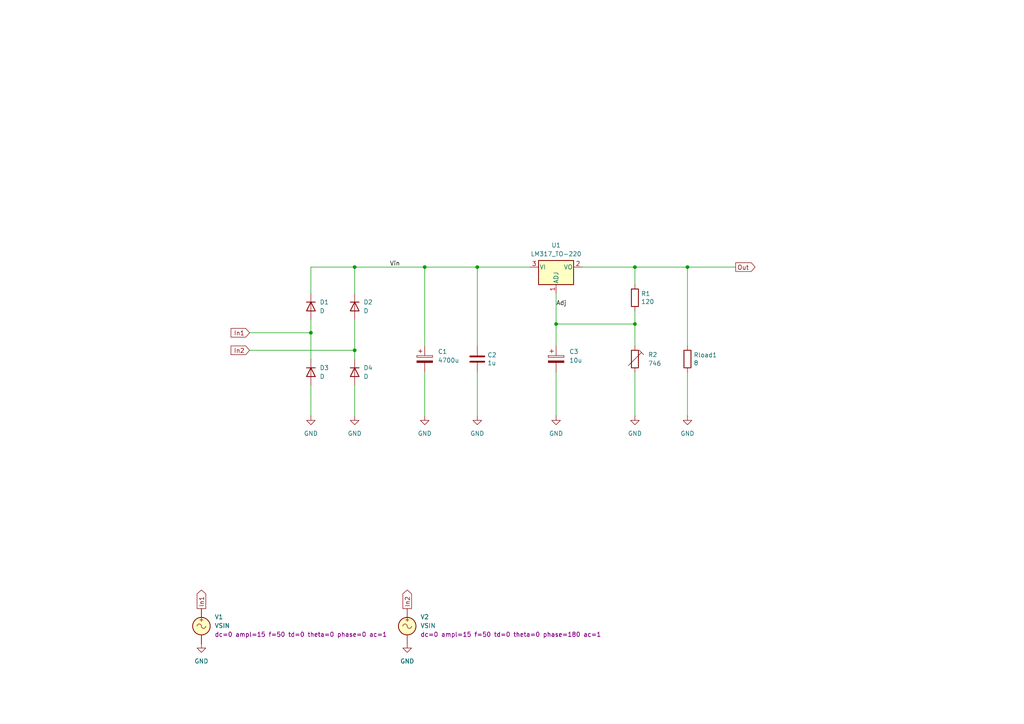
<source format=kicad_sch>
(kicad_sch (version 20231120) (generator "eeschema") (generator_version "8.0")
  (paper "A4")
  (title_block (title "Rectifier with 4 diodes and regulator") (date "2024-12-15") (company "GitHub/OJStuff"))
  (lib_symbols
    (symbol "Device:C" (pin_numbers hide) (pin_names (offset 0.254))
      (property "Reference" "C" (at 0.635 2.54 0))
      (property "Value" "C" (at 0.635 -2.54 0))
      (symbol "C_0_1"
        (polyline (pts (xy -2.032 -0.762) (xy 2.032 -0.762)) (stroke (width 0.508)))
        (polyline (pts (xy -2.032 0.762) (xy 2.032 0.762)) (stroke (width 0.508)))
      )
      (symbol "C_1_1"
        (pin passive line (at 0 3.81 270) (length 2.794) (name "~") (number "1"))
        (pin passive line (at 0 -3.81 90) (length 2.794) (name "~") (number "2"))
      )
    )
    (symbol "Device:C_Polarized" (pin_numbers hide) (pin_names (offset 0.254))
      (property "Reference" "C" (at 0.635 2.54 0))
      (property "Value" "C_Polarized" (at 0.635 -2.54 0))
      (symbol "C_Polarized_0_1"
        (rectangle (start -2.286 0.508) (end 2.286 1.016))
        (polyline (pts (xy -1.778 2.286) (xy -0.762 2.286)))
        (polyline (pts (xy -1.27 2.794) (xy -1.27 1.778)))
        (rectangle (start 2.286 -0.508) (end -2.286 -1.016) (fill (type outline)))
      )
      (symbol "C_Polarized_1_1"
        (pin passive line (at 0 3.81 270) (length 2.794) (name "~") (number "1"))
        (pin passive line (at 0 -3.81 90) (length 2.794) (name "~") (number "2"))
      )
    )
    (symbol "Device:D" (pin_numbers hide) (pin_names (offset 1.016) hide)
      (property "Reference" "D" (at 0 2.54 0))
      (property "Value" "D" (at 0 -2.54 0))
      (symbol "D_0_1"
        (polyline (pts (xy -1.27 1.27) (xy -1.27 -1.27)) (stroke (width 0.254)))
        (polyline (pts (xy 1.27 0) (xy -1.27 0)))
        (polyline (pts (xy 1.27 1.27) (xy 1.27 -1.27) (xy -1.27 0) (xy 1.27 1.27)) (stroke (width 0.254)))
      )
      (symbol "D_1_1"
        (pin passive line (at -3.81 0 0) (length 2.54) (name "K") (number "1"))
        (pin passive line (at 3.81 0 180) (length 2.54) (name "A") (number "2"))
      )
    )
    (symbol "Device:R" (pin_numbers hide) (pin_names (offset 0))
      (property "Reference" "R" (at 2.032 0 90))
      (property "Value" "R" (at 0 0 90))
      (symbol "R_0_1"
        (rectangle (start -1.016 -2.54) (end 1.016 2.54) (stroke (width 0.254)))
      )
      (symbol "R_1_1"
        (pin passive line (at 0 3.81 270) (length 1.27) (name "~") (number "1"))
        (pin passive line (at 0 -3.81 90) (length 1.27) (name "~") (number "2"))
      )
    )
    (symbol "Device:R_Trim" (pin_numbers hide) (pin_names (offset 0))
      (property "Reference" "R" (at 2.54 -2.54 90))
      (property "Value" "R_Trim" (at -2.54 -0.635 90))
      (symbol "R_Trim_0_1"
        (rectangle (start -1.016 -2.54) (end 1.016 2.54) (stroke (width 0.254)))
        (polyline (pts (xy -1.905 -1.905) (xy 1.905 1.905) (xy 2.54 1.27) (xy 1.27 2.54)))
      )
      (symbol "R_Trim_1_1"
        (pin passive line (at 0 3.81 270) (length 1.27) (name "~") (number "1"))
        (pin passive line (at 0 -3.81 90) (length 1.27) (name "~") (number "2"))
      )
    )
    (symbol "Regulator_Linear:LM317_TO-220" (pin_names (offset 0.254))
      (property "Reference" "U" (at -3.81 3.175 0))
      (property "Value" "LM317_TO-220" (at 0 3.175 0))
      (symbol "LM317_TO-220_0_1"
        (rectangle (start -5.08 1.905) (end 5.08 -5.08) (stroke (width 0.254)) (fill (type background)))
      )
      (symbol "LM317_TO-220_1_1"
        (pin input line (at 0 -7.62 90) (length 2.54) (name "ADJ") (number "1"))
        (pin power_out line (at 7.62 0 180) (length 2.54) (name "VO") (number "2"))
        (pin power_in line (at -7.62 0 0) (length 2.54) (name "VI") (number "3"))
      )
    )
    (symbol "Simulation_SPICE:VSIN" (pin_numbers hide) (pin_names (offset 0.0254))
      (property "Reference" "V" (at 2.54 2.54 0))
      (property "Value" "VSIN" (at 2.54 0 0))
      (property "Sim.Params" "dc=0 ampl=1 f=1k ac=1" (at 2.54 -2.54 0))
      (symbol "VSIN_0_0"
        (arc (start 0 0) (mid -0.635 0.6323) (end -1.27 0))
        (arc (start 0 0) (mid 0.635 -0.6323) (end 1.27 0))
        (text "+" (at 0 1.905 0) (effects (font (size 1.27 1.27))))
      )
      (symbol "VSIN_0_1"
        (circle (center 0 0) (radius 2.54) (stroke (width 0.254)) (fill (type background)))
      )
      (symbol "VSIN_1_1"
        (pin passive line (at 0 5.08 270) (length 2.54) (name "~") (number "1"))
        (pin passive line (at 0 -5.08 90) (length 2.54) (name "~") (number "2"))
      )
    )
    (symbol "power:GND" (power) (pin_numbers hide) (pin_names (offset 0) hide)
      (property "Value" "GND" (at 0 -3.81 0))
      (symbol "GND_0_1"
        (polyline (pts (xy 0 0) (xy 0 -1.27) (xy 1.27 -1.27) (xy 0 -2.54) (xy -1.27 -1.27) (xy 0 -1.27)))
      )
      (symbol "GND_1_1"
        (pin power_in line (at 0 0 270) (length 0) (name "~") (number "1"))
      )
    )
  )
  (junction (at 102.87 101.6))
  (junction (at 199.39 77.47))
  (junction (at 184.15 93.98))
  (junction (at 161.29 93.98))
  (junction (at 123.19 77.47))
  (junction (at 90.17 96.52))
  (junction (at 138.43 77.47))
  (junction (at 102.87 77.47))
  (junction (at 184.15 77.47))
  (wire (pts (xy 123.19 107.95) (xy 123.19 120.65)))
  (wire (pts (xy 72.39 101.6) (xy 102.87 101.6)))
  (wire (pts (xy 138.43 107.95) (xy 138.43 120.65)))
  (wire (pts (xy 199.39 107.95) (xy 199.39 120.65)))
  (wire (pts (xy 123.19 77.47) (xy 138.43 77.47)))
  (wire (pts (xy 199.39 77.47) (xy 184.15 77.47)))
  (wire (pts (xy 161.29 93.98) (xy 161.29 100.33)))
  (wire (pts (xy 138.43 77.47) (xy 153.67 77.47)))
  (wire (pts (xy 102.87 104.14) (xy 102.87 101.6)))
  (wire (pts (xy 123.19 77.47) (xy 123.19 100.33)))
  (wire (pts (xy 90.17 77.47) (xy 90.17 85.09)))
  (wire (pts (xy 184.15 77.47) (xy 184.15 82.55)))
  (wire (pts (xy 161.29 85.09) (xy 161.29 93.98)))
  (wire (pts (xy 184.15 90.17) (xy 184.15 93.98)))
  (wire (pts (xy 102.87 92.71) (xy 102.87 101.6)))
  (wire (pts (xy 102.87 85.09) (xy 102.87 77.47)))
  (wire (pts (xy 102.87 111.76) (xy 102.87 120.65)))
  (wire (pts (xy 184.15 107.95) (xy 184.15 120.65)))
  (wire (pts (xy 199.39 77.47) (xy 213.36 77.47)))
  (wire (pts (xy 72.39 96.52) (xy 90.17 96.52)))
  (wire (pts (xy 90.17 77.47) (xy 102.87 77.47)))
  (wire (pts (xy 161.29 93.98) (xy 184.15 93.98)))
  (wire (pts (xy 102.87 77.47) (xy 123.19 77.47)))
  (wire (pts (xy 90.17 92.71) (xy 90.17 96.52)))
  (wire (pts (xy 161.29 107.95) (xy 161.29 120.65)))
  (wire (pts (xy 199.39 100.33) (xy 199.39 77.47)))
  (wire (pts (xy 90.17 96.52) (xy 90.17 104.14)))
  (wire (pts (xy 138.43 77.47) (xy 138.43 100.33)))
  (wire (pts (xy 168.91 77.47) (xy 184.15 77.47)))
  (wire (pts (xy 184.15 93.98) (xy 184.15 100.33)))
  (wire (pts (xy 90.17 111.76) (xy 90.17 120.65)))
  (label "Adj" (at 161.29 88.9 0))
  (label "Vin" (at 113.03 77.47 0))
  (global_label "In2" (shape output) (at 118.11 176.53 90) (property "Intersheetrefs" "${INTERSHEET_REFS}" (effects (hide yes))))
  (global_label "In1" (shape output) (at 58.42 176.53 90) (property "Intersheetrefs" "${INTERSHEET_REFS}" (effects (hide yes))))
  (global_label "In1" (shape input) (at 72.39 96.52 180) (property "Intersheetrefs" "${INTERSHEET_REFS}" (effects (hide yes))))
  (global_label "In2" (shape input) (at 72.39 101.6 180) (property "Intersheetrefs" "${INTERSHEET_REFS}" (effects (hide yes))))
  (global_label "Out" (shape output) (at 213.36 77.47 0) (property "Intersheetrefs" "${INTERSHEET_REFS}" (effects (hide yes))))
  (symbol (lib_id "Simulation_SPICE:VSIN") (at 58.42 181.61 0) (unit 1)
    (property "Reference" "V1" (at 62.23 178.9401 0) (effects (justify left)))
    (property "Value" "VSIN" (at 62.23 181.4801 0) (effects (justify left)))
    (property "Datasheet" "https://ngspice.sourceforge.io/docs/ngspice-html-manual/manual.xhtml#sec_Independent_Sources_for" (effects (hide yes)))
    (property "Description" "Voltage source, sinusoidal" (effects (hide yes)))
    (property "Sim.Pins" "1=+ 2=-" (effects (hide yes)))
    (property "Sim.Params" "dc=0 ampl=15 f=50 td=0 theta=0 phase=0 ac=1" (at 62.23 184.0201 0) (effects (justify left)))
    (property "Sim.Type" "SIN" (effects (hide yes)))
    (property "Sim.Device" "V" (effects (hide yes)))
  )
  (symbol (lib_id "power:GND") (at 90.17 120.65 0) (unit 1)
    (property "Reference" "#PWR03" (effects (hide yes)))
    (property "Value" "GND" (at 90.17 125.73 0))
    (property "Description" "Power symbol creates a global label with name \"GND\" , ground" (effects (hide yes)))
  )
  (symbol (lib_id "Device:R") (at 184.15 86.36 0) (unit 1)
    (property "Reference" "R1" (at 185.928 85.1916 0) (effects (justify left)))
    (property "Value" "120" (at 185.928 87.503 0) (effects (justify left)))
    (property "Footprint" "Resistor_THT:R_Axial_DIN0309_L9.0mm_D3.2mm_P12.70mm_Horizontal" (effects (hide yes)))
  )
  (symbol (lib_id "Device:R_Trim") (at 184.15 104.14 0) (unit 1)
    (property "Reference" "R2" (at 187.96 102.8699 0) (effects (justify left)))
    (property "Value" "746" (at 187.96 105.4099 0) (effects (justify left)))
  )
  (symbol (lib_id "Regulator_Linear:LM317_TO-220") (at 161.29 77.47 0) (unit 1)
    (property "Reference" "U1" (at 161.29 71.12 0))
    (property "Value" "LM317_TO-220" (at 161.29 73.66 0))
    (property "Footprint" "Package_TO_SOT_THT:TO-220-3_Vertical" (effects (hide yes)))
    (property "Datasheet" "http://www.ti.com/lit/ds/symlink/lm317.pdf" (effects (hide yes)))
    (property "Sim.Library" "LM317-N.LIB" (effects (hide yes)))
    (property "Sim.Name" "LM317-N" (effects (hide yes)))
    (property "Sim.Device" "SUBCKT" (effects (hide yes)))
    (property "Sim.Pins" "1=ADJ 2=OUT 3=IN" (effects (hide yes)))
  )
  (symbol (lib_id "power:GND") (at 118.11 186.69 0) (unit 1)
    (property "Reference" "#PWR02" (effects (hide yes)))
    (property "Value" "GND" (at 118.11 191.77 0))
    (property "Description" "Power symbol creates a global label with name \"GND\" , ground" (effects (hide yes)))
  )
  (symbol (lib_id "power:GND") (at 58.42 186.69 0) (unit 1)
    (property "Reference" "#PWR01" (effects (hide yes)))
    (property "Value" "GND" (at 58.42 191.77 0))
    (property "Description" "Power symbol creates a global label with name \"GND\" , ground" (effects (hide yes)))
  )
  (symbol (lib_id "Device:R") (at 199.39 104.14 0) (unit 1)
    (property "Reference" "Rload1" (at 201.168 102.9716 0) (effects (justify left)))
    (property "Value" "8" (at 201.168 105.283 0) (effects (justify left)))
    (property "Footprint" "Resistor_THT:R_Axial_DIN0309_L9.0mm_D3.2mm_P12.70mm_Horizontal" (effects (hide yes)))
  )
  (symbol (lib_id "power:GND") (at 199.39 120.65 0) (unit 1)
    (property "Reference" "#PWR09" (effects (hide yes)))
    (property "Value" "GND" (at 199.39 125.73 0))
    (property "Description" "Power symbol creates a global label with name \"GND\" , ground" (effects (hide yes)))
  )
  (symbol (lib_id "Simulation_SPICE:VSIN") (at 118.11 181.61 0) (unit 1)
    (property "Reference" "V2" (at 121.92 178.9401 0) (effects (justify left)))
    (property "Value" "VSIN" (at 121.92 181.4801 0) (effects (justify left)))
    (property "Datasheet" "https://ngspice.sourceforge.io/docs/ngspice-html-manual/manual.xhtml#sec_Independent_Sources_for" (effects (hide yes)))
    (property "Description" "Voltage source, sinusoidal" (effects (hide yes)))
    (property "Sim.Pins" "1=+ 2=-" (effects (hide yes)))
    (property "Sim.Params" "dc=0 ampl=15 f=50 td=0 theta=0 phase=180 ac=1" (at 121.92 184.0201 0) (effects (justify left)))
    (property "Sim.Type" "SIN" (effects (hide yes)))
    (property "Sim.Device" "V" (effects (hide yes)))
  )
  (symbol (lib_id "power:GND") (at 184.15 120.65 0) (unit 1)
    (property "Reference" "#PWR08" (effects (hide yes)))
    (property "Value" "GND" (at 184.15 125.73 0))
    (property "Description" "Power symbol creates a global label with name \"GND\" , ground" (effects (hide yes)))
  )
  (symbol (lib_id "Device:D") (at 90.17 88.9 270) (unit 1)
    (property "Reference" "D1" (at 92.71 87.6299 90) (effects (justify left)))
    (property "Value" "D" (at 92.71 90.1699 90) (effects (justify left)))
    (property "Description" "Diode" (effects (hide yes)))
    (property "Sim.Device" "D" (effects (hide yes)))
    (property "Sim.Pins" "1=K 2=A" (effects (hide yes)))
  )
  (symbol (lib_id "Device:C_Polarized") (at 123.19 104.14 0) (unit 1)
    (property "Reference" "C1" (at 127 101.9809 0) (effects (justify left)))
    (property "Value" "4700u" (at 127 104.5209 0) (effects (justify left)))
    (property "Footprint" "Capacitor_THT:CP_Radial_D16.0mm_P7.50mm" (effects (hide yes)))
  )
  (symbol (lib_id "power:GND") (at 102.87 120.65 0) (unit 1)
    (property "Reference" "#PWR04" (effects (hide yes)))
    (property "Value" "GND" (at 102.87 125.73 0))
    (property "Description" "Power symbol creates a global label with name \"GND\" , ground" (effects (hide yes)))
  )
  (symbol (lib_id "Device:D") (at 102.87 88.9 270) (unit 1)
    (property "Reference" "D2" (at 105.41 87.6299 90) (effects (justify left)))
    (property "Value" "D" (at 105.41 90.1699 90) (effects (justify left)))
    (property "Description" "Diode" (effects (hide yes)))
    (property "Sim.Device" "D" (effects (hide yes)))
    (property "Sim.Pins" "1=K 2=A" (effects (hide yes)))
  )
  (symbol (lib_id "power:GND") (at 161.29 120.65 0) (unit 1)
    (property "Reference" "#PWR07" (effects (hide yes)))
    (property "Value" "GND" (at 161.29 125.73 0))
    (property "Description" "Power symbol creates a global label with name \"GND\" , ground" (effects (hide yes)))
  )
  (symbol (lib_id "Device:D") (at 90.17 107.95 270) (unit 1)
    (property "Reference" "D3" (at 92.71 106.6799 90) (effects (justify left)))
    (property "Value" "D" (at 92.71 109.2199 90) (effects (justify left)))
    (property "Description" "Diode" (effects (hide yes)))
    (property "Sim.Device" "D" (effects (hide yes)))
    (property "Sim.Pins" "1=K 2=A" (effects (hide yes)))
  )
  (symbol (lib_id "Device:C_Polarized") (at 161.29 104.14 0) (unit 1)
    (property "Reference" "C3" (at 165.1 101.9809 0) (effects (justify left)))
    (property "Value" "10u" (at 165.1 104.5209 0) (effects (justify left)))
    (property "Footprint" "Capacitor_THT:CP_Radial_D5.0mm_P2.50mm" (effects (hide yes)))
  )
  (symbol (lib_id "power:GND") (at 138.43 120.65 0) (unit 1)
    (property "Reference" "#PWR06" (effects (hide yes)))
    (property "Value" "GND" (at 138.43 125.73 0))
    (property "Description" "Power symbol creates a global label with name \"GND\" , ground" (effects (hide yes)))
  )
  (symbol (lib_id "Device:C") (at 138.43 104.14 0) (unit 1)
    (property "Reference" "C2" (at 141.351 102.9716 0) (effects (justify left)))
    (property "Value" "1u" (at 141.351 105.283 0) (effects (justify left)))
    (property "Footprint" "Capacitor_THT:C_Disc_D3.0mm_W1.6mm_P2.50mm" (effects (hide yes)))
  )
  (symbol (lib_id "power:GND") (at 123.19 120.65 0) (unit 1)
    (property "Reference" "#PWR05" (effects (hide yes)))
    (property "Value" "GND" (at 123.19 125.73 0))
    (property "Description" "Power symbol creates a global label with name \"GND\" , ground" (effects (hide yes)))
  )
  (symbol (lib_id "Device:D") (at 102.87 107.95 270) (unit 1)
    (property "Reference" "D4" (at 105.41 106.6799 90) (effects (justify left)))
    (property "Value" "D" (at 105.41 109.2199 90) (effects (justify left)))
    (property "Description" "Diode" (effects (hide yes)))
    (property "Sim.Device" "D" (effects (hide yes)))
    (property "Sim.Pins" "1=K 2=A" (effects (hide yes)))
  )
)
</source>
